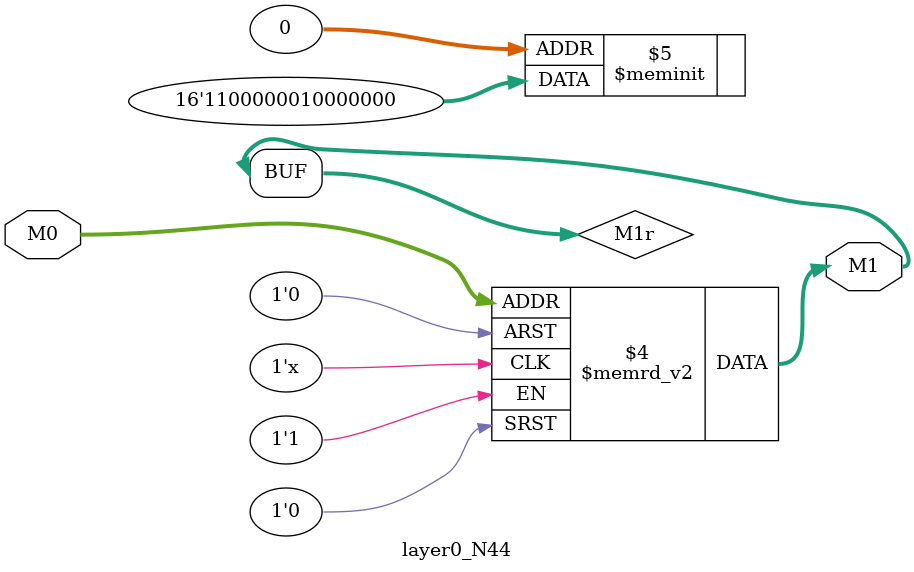
<source format=v>
module layer0_N44 ( input [2:0] M0, output [1:0] M1 );

	(*rom_style = "distributed" *) reg [1:0] M1r;
	assign M1 = M1r;
	always @ (M0) begin
		case (M0)
			3'b000: M1r = 2'b00;
			3'b100: M1r = 2'b00;
			3'b010: M1r = 2'b00;
			3'b110: M1r = 2'b00;
			3'b001: M1r = 2'b00;
			3'b101: M1r = 2'b00;
			3'b011: M1r = 2'b10;
			3'b111: M1r = 2'b11;

		endcase
	end
endmodule

</source>
